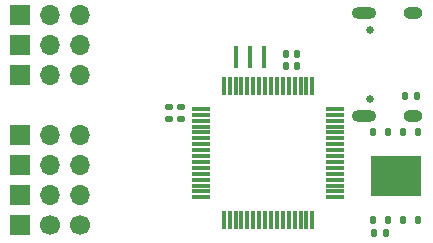
<source format=gbr>
%TF.GenerationSoftware,KiCad,Pcbnew,7.0.8*%
%TF.CreationDate,2023-10-14T12:30:27+02:00*%
%TF.ProjectId,RotorflightF7,526f746f-7266-46c6-9967-687446372e6b,rev?*%
%TF.SameCoordinates,Original*%
%TF.FileFunction,Soldermask,Bot*%
%TF.FilePolarity,Negative*%
%FSLAX46Y46*%
G04 Gerber Fmt 4.6, Leading zero omitted, Abs format (unit mm)*
G04 Created by KiCad (PCBNEW 7.0.8) date 2023-10-14 12:30:27*
%MOMM*%
%LPD*%
G01*
G04 APERTURE LIST*
G04 Aperture macros list*
%AMRoundRect*
0 Rectangle with rounded corners*
0 $1 Rounding radius*
0 $2 $3 $4 $5 $6 $7 $8 $9 X,Y pos of 4 corners*
0 Add a 4 corners polygon primitive as box body*
4,1,4,$2,$3,$4,$5,$6,$7,$8,$9,$2,$3,0*
0 Add four circle primitives for the rounded corners*
1,1,$1+$1,$2,$3*
1,1,$1+$1,$4,$5*
1,1,$1+$1,$6,$7*
1,1,$1+$1,$8,$9*
0 Add four rect primitives between the rounded corners*
20,1,$1+$1,$2,$3,$4,$5,0*
20,1,$1+$1,$4,$5,$6,$7,0*
20,1,$1+$1,$6,$7,$8,$9,0*
20,1,$1+$1,$8,$9,$2,$3,0*%
G04 Aperture macros list end*
%ADD10R,0.400000X1.900000*%
%ADD11C,1.700000*%
%ADD12O,1.700000X1.700000*%
%ADD13R,1.700000X1.700000*%
%ADD14C,0.650000*%
%ADD15O,2.100000X1.000000*%
%ADD16O,1.600000X1.000000*%
%ADD17RoundRect,0.075000X-0.075000X0.700000X-0.075000X-0.700000X0.075000X-0.700000X0.075000X0.700000X0*%
%ADD18RoundRect,0.075000X-0.700000X0.075000X-0.700000X-0.075000X0.700000X-0.075000X0.700000X0.075000X0*%
%ADD19RoundRect,0.140000X0.140000X0.170000X-0.140000X0.170000X-0.140000X-0.170000X0.140000X-0.170000X0*%
%ADD20RoundRect,0.125000X0.125000X-0.200000X0.125000X0.200000X-0.125000X0.200000X-0.125000X-0.200000X0*%
%ADD21R,4.300000X3.400000*%
%ADD22RoundRect,0.140000X-0.170000X0.140000X-0.170000X-0.140000X0.170000X-0.140000X0.170000X0.140000X0*%
%ADD23RoundRect,0.135000X-0.135000X-0.185000X0.135000X-0.185000X0.135000X0.185000X-0.135000X0.185000X0*%
%ADD24RoundRect,0.135000X0.135000X0.185000X-0.135000X0.185000X-0.135000X-0.185000X0.135000X-0.185000X0*%
G04 APERTURE END LIST*
D10*
%TO.C,Y1*%
X120590000Y-43330000D03*
X119390000Y-43330000D03*
X118190000Y-43330000D03*
%TD*%
D11*
%TO.C,J2*%
X105000000Y-57550000D03*
D12*
X105000000Y-55010000D03*
X105000000Y-52470000D03*
X105000000Y-49930000D03*
X105000000Y-44850000D03*
X105000000Y-42310000D03*
X105000000Y-39770000D03*
D11*
X102460000Y-57550000D03*
D12*
X102460000Y-55010000D03*
X102460000Y-52470000D03*
X102460000Y-49930000D03*
X102460000Y-44850000D03*
X102460000Y-42310000D03*
X102460000Y-39770000D03*
D13*
X99920000Y-57550000D03*
X99920000Y-55010000D03*
X99920000Y-52470000D03*
X99920000Y-49930000D03*
X99920000Y-44850000D03*
X99920000Y-42310000D03*
X99920000Y-39770000D03*
%TD*%
D14*
%TO.C,J1*%
X129550000Y-46820000D03*
X129550000Y-41040000D03*
D15*
X129020000Y-48250000D03*
D16*
X133200000Y-48250000D03*
D15*
X129020000Y-39610000D03*
D16*
X133200000Y-39610000D03*
%TD*%
D17*
%TO.C,U6*%
X117140000Y-45755000D03*
X117640000Y-45755000D03*
X118140000Y-45755000D03*
X118640000Y-45755000D03*
X119140000Y-45755000D03*
X119640000Y-45755000D03*
X120140000Y-45755000D03*
X120640000Y-45755000D03*
X121140000Y-45755000D03*
X121640000Y-45755000D03*
X122140000Y-45755000D03*
X122640000Y-45755000D03*
X123140000Y-45755000D03*
X123640000Y-45755000D03*
X124140000Y-45755000D03*
X124640000Y-45755000D03*
D18*
X126565000Y-47680000D03*
X126565000Y-48180000D03*
X126565000Y-48680000D03*
X126565000Y-49180000D03*
X126565000Y-49680000D03*
X126565000Y-50180000D03*
X126565000Y-50680000D03*
X126565000Y-51180000D03*
X126565000Y-51680000D03*
X126565000Y-52180000D03*
X126565000Y-52680000D03*
X126565000Y-53180000D03*
X126565000Y-53680000D03*
X126565000Y-54180000D03*
X126565000Y-54680000D03*
X126565000Y-55180000D03*
D17*
X124640000Y-57105000D03*
X124140000Y-57105000D03*
X123640000Y-57105000D03*
X123140000Y-57105000D03*
X122640000Y-57105000D03*
X122140000Y-57105000D03*
X121640000Y-57105000D03*
X121140000Y-57105000D03*
X120640000Y-57105000D03*
X120140000Y-57105000D03*
X119640000Y-57105000D03*
X119140000Y-57105000D03*
X118640000Y-57105000D03*
X118140000Y-57105000D03*
X117640000Y-57105000D03*
X117140000Y-57105000D03*
D18*
X115215000Y-55180000D03*
X115215000Y-54680000D03*
X115215000Y-54180000D03*
X115215000Y-53680000D03*
X115215000Y-53180000D03*
X115215000Y-52680000D03*
X115215000Y-52180000D03*
X115215000Y-51680000D03*
X115215000Y-51180000D03*
X115215000Y-50680000D03*
X115215000Y-50180000D03*
X115215000Y-49680000D03*
X115215000Y-49180000D03*
X115215000Y-48680000D03*
X115215000Y-48180000D03*
X115215000Y-47680000D03*
%TD*%
D19*
%TO.C,C19*%
X123370000Y-44030000D03*
X122410000Y-44030000D03*
%TD*%
%TO.C,C11*%
X123370000Y-43030000D03*
X122410000Y-43030000D03*
%TD*%
D20*
%TO.C,U9*%
X133595000Y-57130000D03*
X132325000Y-57130000D03*
X131055000Y-57130000D03*
X129785000Y-57130000D03*
X129785000Y-49630000D03*
X131055000Y-49630000D03*
X132325000Y-49630000D03*
X133595000Y-49630000D03*
D21*
X131690000Y-53380000D03*
%TD*%
D22*
%TO.C,C10*%
X113490000Y-47550000D03*
X113490000Y-48510000D03*
%TD*%
%TO.C,C20*%
X112490000Y-47550000D03*
X112490000Y-48510000D03*
%TD*%
D23*
%TO.C,R13*%
X129880000Y-58230000D03*
X130900000Y-58230000D03*
%TD*%
D24*
%TO.C,R12*%
X133500000Y-46630000D03*
X132480000Y-46630000D03*
%TD*%
M02*

</source>
